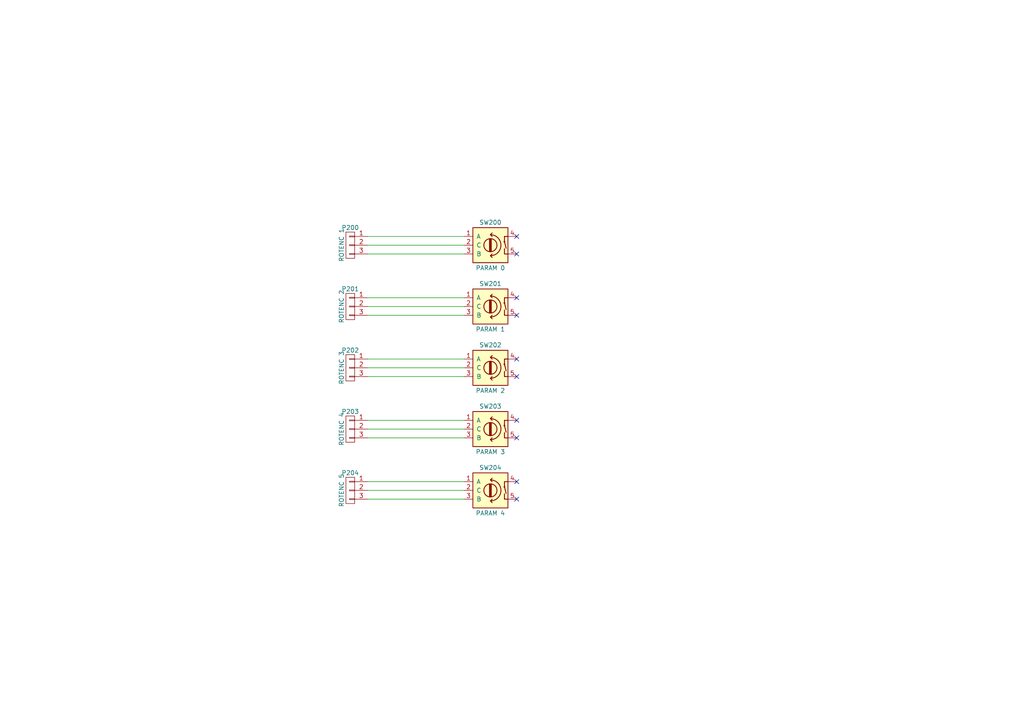
<source format=kicad_sch>
(kicad_sch (version 20211123) (generator eeschema)
  (paper "A4")
  (title_block (title "Pédale Vite v2 — Auxiliary boards") (date "2019-10-22") (company "Laurent DE SORAS") (comment 1 "Licensed under WTFPL v2 / CC0") (comment 4 "Rotary encoders for parameters"))
  (lib_symbols
    (symbol "conn:CONN_01X03" (pin_names (offset 1.016) hide)
      (property "Reference" "J" (at 0 5.08 0))
      (property "Value" "conn_CONN_01X03" (at 2.54 0 90))
      (symbol "CONN_01X03_0_1"
        (rectangle (start -1.27 -2.413) (end 0.254 -2.667))
        (rectangle (start -1.27 0.127) (end 0.254 -0.127))
        (rectangle (start -1.27 2.667) (end 0.254 2.413))
        (rectangle (start -1.27 3.81) (end 1.27 -3.81))
      )
      (symbol "CONN_01X03_1_1"
        (pin passive line (at -5.08 2.54 0) (length 3.81) (name "P1") (number "1"))
        (pin passive line (at -5.08 0 0) (length 3.81) (name "P2") (number "2"))
        (pin passive line (at -5.08 -2.54 0) (length 3.81) (name "P3") (number "3"))
      )
    )
    (symbol "misc-boards-rescue:Rotary_Encoder_Switch" (pin_names (offset 1.016))
      (property "Reference" "SW" (at 0 6.604 0))
      (property "Value" "Rotary_Encoder_Switch" (at 0 -6.604 0))
      (symbol "Rotary_Encoder_Switch_0_1"
        (rectangle (start -5.08 5.08) (end 5.08 -5.08) (stroke (width 0.254)) (fill (type background)))
        (arc (start 0 -3.048) (mid 3.048 0) (end 0 3.048) (stroke (width 0.254)))
        (polyline (pts (xy -0.254 -1.778) (xy -0.254 1.778)) (stroke (width 0.254)))
        (polyline (pts (xy 0 -3.048) (xy 0.508 -3.556)) (stroke (width 0.254)))
        (polyline (pts (xy 0 -3.048) (xy 0.508 -2.54)) (stroke (width 0.254)))
        (polyline (pts (xy 0 -1.778) (xy 0 1.778)) (stroke (width 0.254)))
        (polyline (pts (xy 0 3.048) (xy 0.508 2.54)) (stroke (width 0.254)))
        (polyline (pts (xy 0.254 1.778) (xy 0.254 -1.778)) (stroke (width 0.254)))
        (polyline (pts (xy 0.508 3.556) (xy 0 3.048)) (stroke (width 0.254)))
        (polyline (pts (xy 4.064 1.016) (xy 4.572 -0.889)) (stroke (width 0.254)))
        (polyline (pts (xy 5.08 -2.54) (xy 4.064 -2.54) (xy 4.064 -1.016)) (stroke (width 0.254)))
        (polyline (pts (xy 5.08 2.54) (xy 4.064 2.54) (xy 4.064 1.016)) (stroke (width 0.254)))
        (circle (center 0 0) (radius 1.905) (stroke (width 0.254)))
        (circle (center 4.064 1.016) (radius 0.127) (stroke (width 0.254)))
      )
      (symbol "Rotary_Encoder_Switch_1_1"
        (pin input line (at -7.62 2.54 0) (length 2.54) (name "A") (number "1"))
        (pin input line (at -7.62 0 0) (length 2.54) (name "C") (number "2"))
        (pin input line (at -7.62 -2.54 0) (length 2.54) (name "B") (number "3"))
        (pin input line (at 7.62 2.54 180) (length 2.54) (name "~") (number "4"))
        (pin input line (at 7.62 -2.54 180) (length 2.54) (name "~") (number "5"))
      )
    )
  )
  (no_connect (at 149.86 127))
  (no_connect (at 149.86 139.7))
  (no_connect (at 149.86 144.78))
  (no_connect (at 149.86 109.22))
  (no_connect (at 149.86 121.92))
  (no_connect (at 149.86 73.66))
  (no_connect (at 149.86 86.36))
  (no_connect (at 149.86 104.14))
  (no_connect (at 149.86 91.44))
  (no_connect (at 149.86 68.58))
  (wire (pts (xy 106.68 73.66) (xy 134.62 73.66)))
  (wire (pts (xy 106.68 68.58) (xy 134.62 68.58)))
  (wire (pts (xy 106.68 91.44) (xy 134.62 91.44)))
  (wire (pts (xy 134.62 109.22) (xy 106.68 109.22)))
  (wire (pts (xy 134.62 144.78) (xy 106.68 144.78)))
  (wire (pts (xy 106.68 71.12) (xy 134.62 71.12)))
  (wire (pts (xy 106.68 106.68) (xy 134.62 106.68)))
  (wire (pts (xy 134.62 104.14) (xy 106.68 104.14)))
  (wire (pts (xy 134.62 139.7) (xy 106.68 139.7)))
  (wire (pts (xy 134.62 124.46) (xy 106.68 124.46)))
  (wire (pts (xy 106.68 86.36) (xy 134.62 86.36)))
  (wire (pts (xy 106.68 142.24) (xy 134.62 142.24)))
  (wire (pts (xy 106.68 127) (xy 134.62 127)))
  (wire (pts (xy 134.62 88.9) (xy 106.68 88.9)))
  (wire (pts (xy 106.68 121.92) (xy 134.62 121.92)))
  (symbol (lib_id "conn:CONN_01X03") (at 101.6 142.24 0) (mirror y) (unit 1)
    (property "Reference" "P204" (at 101.6 137.16 0))
    (property "Value" "ROTENC 5" (at 99.06 142.24 90))
    (property "Footprint" "Sockets_MOLEX_KK-System:Socket_MOLEX-KK-RM2-54mm_Lock_3pin_straight" (effects hide))
  )
  (symbol (lib_id "conn:CONN_01X03") (at 101.6 71.12 0) (mirror y) (unit 1)
    (property "Reference" "P200" (at 101.6 66.04 0))
    (property "Value" "ROTENC 1" (at 99.06 71.12 90))
    (property "Footprint" "Sockets_MOLEX_KK-System:Socket_MOLEX-KK-RM2-54mm_Lock_3pin_straight" (effects hide))
  )
  (symbol (lib_id "conn:CONN_01X03") (at 101.6 88.9 0) (mirror y) (unit 1)
    (property "Reference" "P201" (at 101.6 83.82 0))
    (property "Value" "ROTENC 2" (at 99.06 88.9 90))
    (property "Footprint" "Sockets_MOLEX_KK-System:Socket_MOLEX-KK-RM2-54mm_Lock_3pin_straight" (effects hide))
  )
  (symbol (lib_id "conn:CONN_01X03") (at 101.6 106.68 0) (mirror y) (unit 1)
    (property "Reference" "P202" (at 101.6 101.6 0))
    (property "Value" "ROTENC 3" (at 99.06 106.68 90))
    (property "Footprint" "Sockets_MOLEX_KK-System:Socket_MOLEX-KK-RM2-54mm_Lock_3pin_straight" (effects hide))
  )
  (symbol (lib_id "conn:CONN_01X03") (at 101.6 124.46 0) (mirror y) (unit 1)
    (property "Reference" "P203" (at 101.6 119.38 0))
    (property "Value" "ROTENC 4" (at 99.06 124.46 90))
    (property "Footprint" "Sockets_MOLEX_KK-System:Socket_MOLEX-KK-RM2-54mm_Lock_3pin_straight" (effects hide))
  )
  (symbol (lib_id "misc-boards-rescue:Rotary_Encoder_Switch") (at 142.24 71.12 0) (unit 1)
    (property "Reference" "SW200" (at 142.24 64.516 0))
    (property "Value" "PARAM 0" (at 142.24 77.724 0))
    (property "Footprint" "pedale-vite:RotaryEncoder_Bourns_PEC11R-Switch_Vertical" (effects hide))
  )
  (symbol (lib_id "misc-boards-rescue:Rotary_Encoder_Switch") (at 142.24 88.9 0) (unit 1)
    (property "Reference" "SW201" (at 142.24 82.296 0))
    (property "Value" "PARAM 1" (at 142.24 95.504 0))
    (property "Footprint" "pedale-vite:RotaryEncoder_Bourns_PEC11R-Switch_Vertical" (effects hide))
  )
  (symbol (lib_id "misc-boards-rescue:Rotary_Encoder_Switch") (at 142.24 106.68 0) (unit 1)
    (property "Reference" "SW202" (at 142.24 100.076 0))
    (property "Value" "PARAM 2" (at 142.24 113.284 0))
    (property "Footprint" "pedale-vite:RotaryEncoder_Bourns_PEC11R-Switch_Vertical" (effects hide))
  )
  (symbol (lib_id "misc-boards-rescue:Rotary_Encoder_Switch") (at 142.24 124.46 0) (unit 1)
    (property "Reference" "SW203" (at 142.24 117.856 0))
    (property "Value" "PARAM 3" (at 142.24 131.064 0))
    (property "Footprint" "pedale-vite:RotaryEncoder_Bourns_PEC11R-Switch_Vertical" (effects hide))
  )
  (symbol (lib_id "misc-boards-rescue:Rotary_Encoder_Switch") (at 142.24 142.24 0) (unit 1)
    (property "Reference" "SW204" (at 142.24 135.636 0))
    (property "Value" "PARAM 4" (at 142.24 148.844 0))
    (property "Footprint" "pedale-vite:RotaryEncoder_Bourns_PEC11R-Switch_Vertical" (effects hide))
  )
)
</source>
